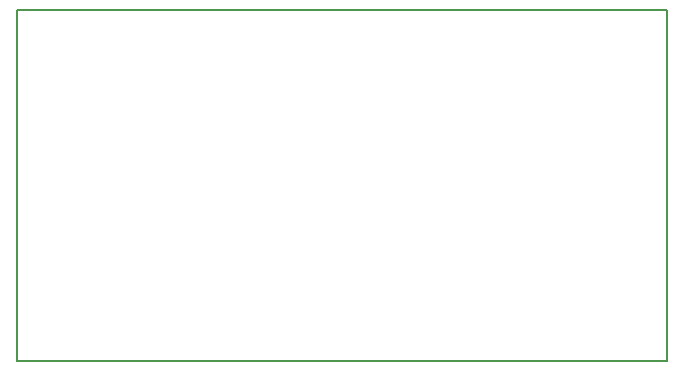
<source format=gbr>
G04 #@! TF.GenerationSoftware,KiCad,Pcbnew,(5.1.0-0)*
G04 #@! TF.CreationDate,2019-04-05T23:49:43+03:00*
G04 #@! TF.ProjectId,curtains-driver,63757274-6169-46e7-932d-647269766572,rev?*
G04 #@! TF.SameCoordinates,Original*
G04 #@! TF.FileFunction,Profile,NP*
%FSLAX46Y46*%
G04 Gerber Fmt 4.6, Leading zero omitted, Abs format (unit mm)*
G04 Created by KiCad (PCBNEW (5.1.0-0)) date 2019-04-05 23:49:43*
%MOMM*%
%LPD*%
G04 APERTURE LIST*
%ADD10C,0.150000*%
G04 APERTURE END LIST*
D10*
X134000000Y-63754000D02*
X134000000Y-93500000D01*
X78968600Y-63754000D02*
X78968600Y-93472000D01*
X134000000Y-93500000D02*
X78968600Y-93472000D01*
X78968600Y-63754000D02*
X134000000Y-63754000D01*
M02*

</source>
